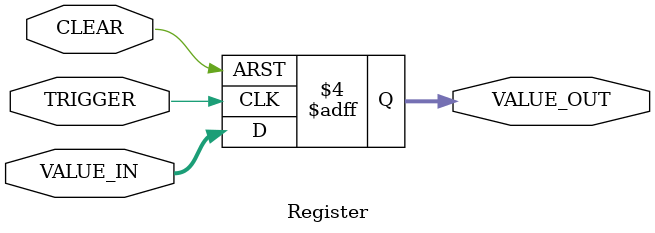
<source format=sv>
/**
cse3341, digital logic 2, lab 3
George Boone
1002055713
*/

module Register #(
		parameter SIZE = 4
	)(
		input TRIGGER,
		input CLEAR,
		input [SIZE-1:0] VALUE_IN,
		
		output reg [SIZE-1:0] VALUE_OUT
	);
	
	always_ff @ (posedge TRIGGER, negedge CLEAR) begin
		if(CLEAR == 1'b0) 
			VALUE_OUT = 0;
		else if(TRIGGER == 1'b1)
			VALUE_OUT = VALUE_IN;
	end
	
endmodule

</source>
